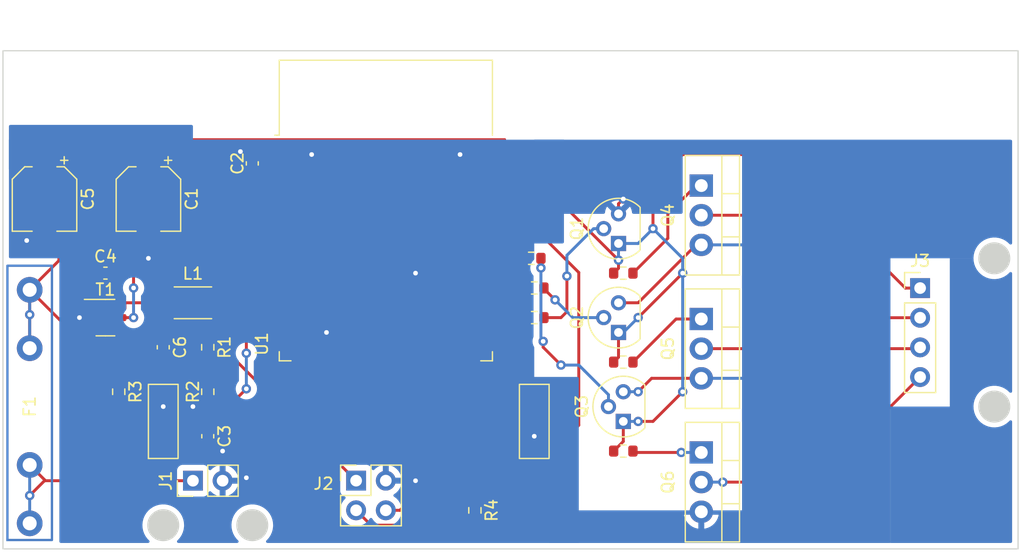
<source format=kicad_pcb>
(kicad_pcb (version 20211014) (generator pcbnew)
  (layers (0 "F.Cu" signal) (31 "B.Cu" signal) (34 "B.Paste" user) (35 "F.Paste" user) (36 "B.SilkS" user "B.Silkscreen") (37 "F.SilkS" user "F.Silkscreen") (38 "B.Mask" user) (39 "F.Mask" user) (44 "Edge.Cuts" user))
  (net 0 "")
  (net 1 "GND")
  (net 2 "Net-(C3-Pad1)")
  (net 3 "Net-(C4-Pad1)")
  (net 4 "Net-(C4-Pad2)")
  (net 5 "Net-(C5-Pad1)")
  (net 6 "Net-(C6-Pad2)")
  (net 7 "VCC")
  (net 8 "Net-(J3-Pad2)")
  (net 9 "Net-(J3-Pad3)")
  (net 10 "Net-(J3-Pad4)")
  (net 11 "Net-(J2-Pad3)")
  (net 12 "Net-(J2-Pad4)")
  (net 13 "Net-(Q1-Pad2)")
  (net 14 "Net-(Q2-Pad2)")
  (net 15 "Net-(Q3-Pad2)")
  (net 16 "Net-(Q4-Pad1)")
  (net 17 "Net-(Q5-Pad1)")
  (net 18 "Net-(Q6-Pad1)")
  (net 19 "Net-(R4-Pad1)")
  (net 20 "Net-(R7-Pad1)")
  (net 21 "Net-(R9-Pad1)")
  (net 22 "Net-(S2-Pad1)")
  (net 45 "Net-(C6-Pad1)")
  (net 46 "Net-(R5-Pad1)")
  (footprint "RF_Module:ESP32-WROOM-32" (layer "F.Cu") (at 123.19 62.4)
    (fp_text reference "U1" (at -10.61 8.43 90) (layer "F.SilkS"))
    (fp_text value "ESP32-WROOM-32D" hide)
    (fp_line (start -9.12 9.88) (end -8.12 9.88) (layer "F.SilkS") (width 0.12))
    (fp_line (start -9.12 -15.865) (end -9.12 -9.445) (layer "F.SilkS") (width 0.12))
    (fp_line (start 9.12 9.88) (end 8.12 9.88) (layer "F.SilkS") (width 0.12))
    (fp_line (start 9.12 -15.865) (end 9.12 -9.445) (layer "F.SilkS") (width 0.12))
    (fp_line (start 9.12 9.1) (end 9.12 9.88) (layer "F.SilkS") (width 0.12))
    (fp_line (start -9.12 -15.865) (end 9.12 -15.865) (layer "F.SilkS") (width 0.12))
    (fp_line (start -9.12 -9.445) (end -9.5 -9.445) (layer "F.SilkS") (width 0.12))
    (fp_line (start -9.12 9.1) (end -9.12 9.88) (layer "F.SilkS") (width 0.12))
    (pad "1" smd rect (at -8.5 -8.255) (size 2 0.9) (layers "F.Cu" "F.Paste" "F.Mask") (net 1 "GND"))
    (pad "2" smd rect (at -8.5 -6.985) (size 2 0.9) (layers "F.Cu" "F.Paste" "F.Mask") (net 45 "Net-(C6-Pad1)"))
    (pad "3" smd rect (at -8.5 -5.715) (size 2 0.9) (layers "F.Cu" "F.Paste" "F.Mask") (net 2 "Net-(C3-Pad1)"))
    (pad "4" smd rect (at -8.5 -4.445) (size 2 0.9) (layers "F.Cu" "F.Paste" "F.Mask"))
    (pad "5" smd rect (at -8.5 -3.175) (size 2 0.9) (layers "F.Cu" "F.Paste" "F.Mask"))
    (pad "6" smd rect (at -8.5 -1.905) (size 2 0.9) (layers "F.Cu" "F.Paste" "F.Mask"))
    (pad "7" smd rect (at -8.5 -0.635) (size 2 0.9) (layers "F.Cu" "F.Paste" "F.Mask"))
    (pad "8" smd rect (at -8.5 0.635) (size 2 0.9) (layers "F.Cu" "F.Paste" "F.Mask"))
    (pad "9" smd rect (at -8.5 1.905) (size 2 0.9) (layers "F.Cu" "F.Paste" "F.Mask"))
    (pad "10" smd rect (at -8.5 3.175) (size 2 0.9) (layers "F.Cu" "F.Paste" "F.Mask"))
    (pad "11" smd rect (at -8.5 4.445) (size 2 0.9) (layers "F.Cu" "F.Paste" "F.Mask"))
    (pad "12" smd rect (at -8.5 5.715) (size 2 0.9) (layers "F.Cu" "F.Paste" "F.Mask"))
    (pad "13" smd rect (at -8.5 6.985) (size 2 0.9) (layers "F.Cu" "F.Paste" "F.Mask"))
    (pad "14" smd rect (at -8.5 8.255) (size 2 0.9) (layers "F.Cu" "F.Paste" "F.Mask"))
    (pad "15" smd rect (at -5.715 9.255 90) (size 2 0.9) (layers "F.Cu" "F.Paste" "F.Mask") (net 1 "GND"))
    (pad "16" smd rect (at -4.445 9.255 90) (size 2 0.9) (layers "F.Cu" "F.Paste" "F.Mask"))
    (pad "17" smd rect (at -3.175 9.255 90) (size 2 0.9) (layers "F.Cu" "F.Paste" "F.Mask"))
    (pad "18" smd rect (at -1.905 9.255 90) (size 2 0.9) (layers "F.Cu" "F.Paste" "F.Mask"))
    (pad "19" smd rect (at -0.635 9.255 90) (size 2 0.9) (layers "F.Cu" "F.Paste" "F.Mask"))
    (pad "20" smd rect (at 0.635 9.255 90) (size 2 0.9) (layers "F.Cu" "F.Paste" "F.Mask"))
    (pad "21" smd rect (at 1.905 9.255 90) (size 2 0.9) (layers "F.Cu" "F.Paste" "F.Mask"))
    (pad "22" smd rect (at 3.175 9.255 90) (size 2 0.9) (layers "F.Cu" "F.Paste" "F.Mask"))
    (pad "23" smd rect (at 4.445 9.255 90) (size 2 0.9) (layers "F.Cu" "F.Paste" "F.Mask"))
    (pad "24" smd rect (at 5.715 9.255 90) (size 2 0.9) (layers "F.Cu" "F.Paste" "F.Mask"))
    (pad "25" smd rect (at 8.5 8.255) (size 2 0.9) (layers "F.Cu" "F.Paste" "F.Mask") (net 22 "Net-(S2-Pad1)"))
    (pad "26" smd rect (at 8.5 6.985) (size 2 0.9) (layers "F.Cu" "F.Paste" "F.Mask"))
    (pad "27" smd rect (at 8.5 5.715) (size 2 0.9) (layers "F.Cu" "F.Paste" "F.Mask"))
    (pad "28" smd rect (at 8.5 4.445) (size 2 0.9) (layers "F.Cu" "F.Paste" "F.Mask") (net 46 "Net-(R5-Pad1)"))
    (pad "29" smd rect (at 8.5 3.175) (size 2 0.9) (layers "F.Cu" "F.Paste" "F.Mask"))
    (pad "30" smd rect (at 8.5 1.905) (size 2 0.9) (layers "F.Cu" "F.Paste" "F.Mask") (net 20 "Net-(R7-Pad1)"))
    (pad "31" smd rect (at 8.5 0.635) (size 2 0.9) (layers "F.Cu" "F.Paste" "F.Mask") (net 21 "Net-(R9-Pad1)"))
    (pad "32" smd rect (at 8.5 -0.635) (size 2 0.9) (layers "F.Cu" "F.Paste" "F.Mask"))
    (pad "33" smd rect (at 8.5 -1.905) (size 2 0.9) (layers "F.Cu" "F.Paste" "F.Mask"))
    (pad "34" smd rect (at 8.5 -3.175) (size 2 0.9) (layers "F.Cu" "F.Paste" "F.Mask") (net 12 "Net-(J2-Pad4)"))
    (pad "35" smd rect (at 8.5 -4.445) (size 2 0.9) (layers "F.Cu" "F.Paste" "F.Mask") (net 19 "Net-(R4-Pad1)"))
    (pad "36" smd rect (at 8.5 -5.715) (size 2 0.9) (layers "F.Cu" "F.Paste" "F.Mask"))
    (pad "37" smd rect (at 8.5 -6.985) (size 2 0.9) (layers "F.Cu" "F.Paste" "F.Mask"))
    (pad "38" smd rect (at 8.5 -8.255) (size 2 0.9) (layers "F.Cu" "F.Paste" "F.Mask") (net 1 "GND"))
    (pad "39" smd rect (at -1 -0.755) (size 5 5) (layers "F.Cu" "F.Paste" "F.Mask") (net 1 "GND"))
    (zone (net 0) (net_name "") (layers *.Cu) (connect_pads (clearance 0)) (min_thickness 0.254)
      (keepout (tracks not_allowed) (vias not_allowed) (pads not_allowed) (copperpour not_allowed) (footprints not_allowed))
      (fill (thermal_gap 0.508) (thermal_bridge_width 0.508))
      (polygon (pts (xy 109.19 52.43) (xy 137.19 52.43) (xy 137.19 41.65) (xy 109.19 41.65)))
    )
  )
  (footprint "Resistor_SMD:R_0603_1608Metric" (layer "F.Cu") (at 100.33 74.93 -90)
    (fp_text reference "R3" (at 0 -1.43 90) (layer "F.SilkS"))
    (fp_text value "10k" hide)
    (fp_line (start -0.237258 0.5225) (end 0.237258 0.5225) (layer "F.SilkS") (width 0.12))
    (fp_line (start -0.237258 -0.5225) (end 0.237258 -0.5225) (layer "F.SilkS") (width 0.12))
    (pad "1" smd roundrect (at -0.825 0 270) (size 0.8 0.95) (layers "F.Cu" "F.Paste" "F.Mask") (net 5 "Net-(C5-Pad1)"))
    (pad "2" smd roundrect (at 0.825 0 270) (size 0.8 0.95) (layers "F.Cu" "F.Paste" "F.Mask") (net 2 "Net-(C3-Pad1)"))
  )
  (footprint "Resistor_SMD:R_0603_1608Metric" (layer "F.Cu") (at 143.51 64.77)
    (fp_text reference "R6" hide)
    (fp_text value "200" hide)
    (fp_line (start -0.237258 -0.5225) (end 0.237258 -0.5225) (layer "F.SilkS") (width 0.12))
    (fp_line (start -0.237258 0.5225) (end 0.237258 0.5225) (layer "F.SilkS") (width 0.12))
    (pad "1" smd roundrect (at -0.825 0) (size 0.8 0.95) (layers "F.Cu" "F.Paste" "F.Mask") (net 5 "Net-(C5-Pad1)"))
    (pad "2" smd roundrect (at 0.825 0) (size 0.8 0.95) (layers "F.Cu" "F.Paste" "F.Mask") (net 16 "Net-(Q4-Pad1)"))
  )
  (footprint "Package_TO_SOT_THT:TO-92" (layer "F.Cu") (at 143.51 77.47 90)
    (fp_text reference "Q3" (at 1.27 -3.56 90) (layer "F.SilkS"))
    (fp_text value "BC550")
    (fp_line (start -0.53 1.85) (end 3.07 1.85) (layer "F.SilkS") (width 0.12))
    (fp_arc (start -0.568478 1.838478) (mid -1.132087 -0.994977) (end 1.27 -2.6) (layer "F.SilkS") (width 0.12))
    (fp_arc (start 1.27 -2.6) (mid 3.672087 -0.994977) (end 3.108478 1.838478) (layer "F.SilkS") (width 0.12))
    (pad "1" thru_hole rect (at 0 0 90) (size 1.3 1.3) (drill 0.75) (layers *.Cu *.Mask) (net 5 "Net-(C5-Pad1)"))
    (pad "2" thru_hole circle (at 1.27 -1.27 90) (size 1.3 1.3) (drill 0.75) (layers *.Cu *.Mask) (net 15 "Net-(Q3-Pad2)"))
    (pad "3" thru_hole circle (at 2.54 0 90) (size 1.3 1.3) (drill 0.75) (layers *.Cu *.Mask) (net 1 "GND"))
  )
  (footprint "Library:SW-SMD-2.9x3.9x1,7" (layer "F.Cu") (at 104.14 77.47 90)
    (fp_text reference "S1" hide)
    (fp_text value "RST")
    (fp_rect (start -3.175 -1.27) (end 3.175 1.27) (layer "F.SilkS") (width 0.12) (fill none))
    (pad "1" smd roundrect (at -2.25 0 180) (size 2 1.2) (layers "F.Cu" "F.Paste" "F.Mask") (net 2 "Net-(C3-Pad1)"))
    (pad "2" smd roundrect (at 2.25 0 180) (size 2 1.2) (layers "F.Cu" "F.Paste" "F.Mask") (net 1 "GND"))
  )
  (footprint "Resistor_SMD:R_0603_1608Metric" (layer "F.Cu") (at 143.51 72.39)
    (fp_text reference "R8" hide)
    (fp_text value "200" hide)
    (fp_line (start -0.237258 0.5225) (end 0.237258 0.5225) (layer "F.SilkS") (width 0.12))
    (fp_line (start -0.237258 -0.5225) (end 0.237258 -0.5225) (layer "F.SilkS") (width 0.12))
    (pad "1" smd roundrect (at -0.825 0) (size 0.8 0.95) (layers "F.Cu" "F.Paste" "F.Mask") (net 5 "Net-(C5-Pad1)"))
    (pad "2" smd roundrect (at 0.825 0) (size 0.8 0.95) (layers "F.Cu" "F.Paste" "F.Mask") (net 17 "Net-(Q5-Pad1)"))
  )
  (footprint "Package_TO_SOT_THT:TO-220-3_Vertical" (layer "F.Cu") (at 150.185 80.13 -90)
    (fp_text reference "Q6" (at 2.54 2.865 90) (layer "F.SilkS"))
    (fp_text value "IRF4905" hide)
    (fp_line (start 7.66 -3.27) (end 7.66 1.371) (layer "F.SilkS") (width 0.12))
    (fp_line (start -2.58 -3.27) (end 7.66 -3.27) (layer "F.SilkS") (width 0.12))
    (fp_line (start 4.391 -3.27) (end 4.391 -1.76) (layer "F.SilkS") (width 0.12))
    (fp_line (start 0.69 -3.27) (end 0.69 -1.76) (layer "F.SilkS") (width 0.12))
    (fp_line (start -2.58 -1.76) (end 7.66 -1.76) (layer "F.SilkS") (width 0.12))
    (fp_line (start -2.58 1.371) (end 7.66 1.371) (layer "F.SilkS") (width 0.12))
    (fp_line (start -2.58 -3.27) (end -2.58 1.371) (layer "F.SilkS") (width 0.12))
    (pad "1" thru_hole rect (at 0 0 270) (size 1.905 2) (drill 1.1) (layers *.Cu *.Mask) (net 18 "Net-(Q6-Pad1)"))
    (pad "2" thru_hole oval (at 2.54 0 270) (size 1.905 2) (drill 1.1) (layers *.Cu *.Mask) (net 10 "Net-(J3-Pad4)"))
    (pad "3" thru_hole oval (at 5.08 0 270) (size 1.905 2) (drill 1.1) (layers *.Cu *.Mask) (net 1 "GND"))
  )
  (footprint "Resistor_SMD:R_0603_1608Metric" (layer "F.Cu") (at 107.95 71.12 -90)
    (fp_text reference "R1" (at 0 -1.43 90) (layer "F.SilkS"))
    (fp_text value "100k" hide)
    (fp_line (start -0.237258 0.5225) (end 0.237258 0.5225) (layer "F.SilkS") (width 0.12))
    (fp_line (start -0.237258 -0.5225) (end 0.237258 -0.5225) (layer "F.SilkS") (width 0.12))
    (pad "1" smd roundrect (at -0.825 0 270) (size 0.8 0.95) (layers "F.Cu" "F.Paste" "F.Mask") (net 45 "Net-(C6-Pad1)"))
    (pad "2" smd roundrect (at 0.825 0 270) (size 0.8 0.95) (layers "F.Cu" "F.Paste" "F.Mask") (net 6 "Net-(C6-Pad2)"))
  )
  (footprint "Resistor_SMD:R_0603_1608Metric" (layer "F.Cu") (at 143.51 80.01)
    (fp_text reference "R10" hide)
    (fp_text value "200" hide)
    (fp_line (start -0.237258 -0.5225) (end 0.237258 -0.5225) (layer "F.SilkS") (width 0.12))
    (fp_line (start -0.237258 0.5225) (end 0.237258 0.5225) (layer "F.SilkS") (width 0.12))
    (pad "1" smd roundrect (at -0.825 0) (size 0.8 0.95) (layers "F.Cu" "F.Paste" "F.Mask") (net 5 "Net-(C5-Pad1)"))
    (pad "2" smd roundrect (at 0.825 0) (size 0.8 0.95) (layers "F.Cu" "F.Paste" "F.Mask") (net 18 "Net-(Q6-Pad1)"))
  )
  (footprint "Inductor_SMD:L_TDK_NLV32_3.2x2.5mm" (layer "F.Cu") (at 106.68 67.31)
    (fp_text reference "L1" (at 0 -2.5) (layer "F.SilkS"))
    (fp_text value "4,7µH" hide)
    (fp_line (start 1.6 1.36) (end -1.6 1.36) (layer "F.SilkS") (width 0.12))
    (fp_line (start -1.6 -1.36) (end 1.6 -1.36) (layer "F.SilkS") (width 0.12))
    (pad "1" smd rect (at -1.6 0) (size 1.2 2) (layers "F.Cu" "F.Paste" "F.Mask") (net 4 "Net-(C4-Pad2)"))
    (pad "2" smd rect (at 1.6 0) (size 1.2 2) (layers "F.Cu" "F.Paste" "F.Mask") (net 45 "Net-(C6-Pad1)"))
  )
  (footprint "Package_TO_SOT_THT:TO-220-3_Vertical" (layer "F.Cu") (at 150.185 68.7 -90)
    (fp_text reference "Q5" (at 2.54 2.865 90) (layer "F.SilkS"))
    (fp_text value "IRF4905" hide)
    (fp_line (start -2.58 1.371) (end 7.66 1.371) (layer "F.SilkS") (width 0.12))
    (fp_line (start -2.58 -1.76) (end 7.66 -1.76) (layer "F.SilkS") (width 0.12))
    (fp_line (start 0.69 -3.27) (end 0.69 -1.76) (layer "F.SilkS") (width 0.12))
    (fp_line (start -2.58 -3.27) (end 7.66 -3.27) (layer "F.SilkS") (width 0.12))
    (fp_line (start 4.391 -3.27) (end 4.391 -1.76) (layer "F.SilkS") (width 0.12))
    (fp_line (start 7.66 -3.27) (end 7.66 1.371) (layer "F.SilkS") (width 0.12))
    (fp_line (start -2.58 -3.27) (end -2.58 1.371) (layer "F.SilkS") (width 0.12))
    (pad "1" thru_hole rect (at 0 0 270) (size 1.905 2) (drill 1.1) (layers *.Cu *.Mask) (net 17 "Net-(Q5-Pad1)"))
    (pad "2" thru_hole oval (at 2.54 0 270) (size 1.905 2) (drill 1.1) (layers *.Cu *.Mask) (net 9 "Net-(J3-Pad3)"))
    (pad "3" thru_hole oval (at 5.08 0 270) (size 1.905 2) (drill 1.1) (layers *.Cu *.Mask) (net 1 "GND"))
  )
  (footprint "Capacitor_SMD:C_0603_1608Metric" (layer "F.Cu") (at 111.76 55.372 -90)
    (fp_text reference "C2" (at 0 1.27 90) (layer "F.SilkS"))
    (fp_text value "100nF" hide)
    (fp_line (start -0.14058 0.51) (end 0.14058 0.51) (layer "F.SilkS") (width 0.12))
    (fp_line (start -0.14058 -0.51) (end 0.14058 -0.51) (layer "F.SilkS") (width 0.12))
    (pad "1" smd roundrect (at -0.775 0 270) (size 0.9 0.95) (layers "F.Cu" "F.Paste" "F.Mask") (net 1 "GND"))
    (pad "2" smd roundrect (at 0.775 0 270) (size 0.9 0.95) (layers "F.Cu" "F.Paste" "F.Mask") (net 45 "Net-(C6-Pad1)"))
  )
  (footprint "Capacitor_SMD:C_0603_1608Metric" (layer "F.Cu") (at 99.1925 64.77)
    (fp_text reference "C4" (at 0 -1.43) (layer "F.SilkS"))
    (fp_text value "100nF" hide)
    (fp_line (start -0.14058 0.51) (end 0.14058 0.51) (layer "F.SilkS") (width 0.12))
    (fp_line (start -0.14058 -0.51) (end 0.14058 -0.51) (layer "F.SilkS") (width 0.12))
    (pad "1" smd roundrect (at -0.775 0) (size 0.9 0.95) (layers "F.Cu" "F.Paste" "F.Mask") (net 3 "Net-(C4-Pad1)"))
    (pad "2" smd roundrect (at 0.775 0) (size 0.9 0.95) (layers "F.Cu" "F.Paste" "F.Mask") (net 4 "Net-(C4-Pad2)"))
  )
  (footprint "Capacitor_SMD:C_0603_1608Metric" (layer "F.Cu") (at 107.95 78.74 -90)
    (fp_text reference "C3" (at 0 -1.43 90) (layer "F.SilkS"))
    (fp_text value "100nF" hide)
    (fp_line (start -0.14058 0.51) (end 0.14058 0.51) (layer "F.SilkS") (width 0.12))
    (fp_line (start -0.14058 -0.51) (end 0.14058 -0.51) (layer "F.SilkS") (width 0.12))
    (pad "1" smd roundrect (at -0.775 0 270) (size 0.9 0.95) (layers "F.Cu" "F.Paste" "F.Mask") (net 2 "Net-(C3-Pad1)"))
    (pad "2" smd roundrect (at 0.775 0 270) (size 0.9 0.95) (layers "F.Cu" "F.Paste" "F.Mask") (net 1 "GND"))
  )
  (footprint "Resistor_SMD:R_0603_1608Metric" (layer "F.Cu") (at 135.89 68.58)
    (fp_text reference "R5" hide)
    (fp_text value "440" hide)
    (fp_line (start -0.237258 0.5225) (end 0.237258 0.5225) (layer "F.SilkS") (width 0.12))
    (fp_line (start -0.237258 -0.5225) (end 0.237258 -0.5225) (layer "F.SilkS") (width 0.12))
    (pad "1" smd roundrect (at -0.825 0) (size 0.8 0.95) (layers "F.Cu" "F.Paste" "F.Mask") (net 46 "Net-(R5-Pad1)"))
    (pad "2" smd roundrect (at 0.825 0) (size 0.8 0.95) (layers "F.Cu" "F.Paste" "F.Mask") (net 13 "Net-(Q1-Pad2)"))
  )
  (footprint "Resistor_SMD:R_0603_1608Metric" (layer "F.Cu") (at 130.81 85.09 -90)
    (fp_text reference "R4" (at 0 -1.43 90) (layer "F.SilkS"))
    (fp_text value "499" hide)
    (fp_line (start -0.237258 0.5225) (end 0.237258 0.5225) (layer "F.SilkS") (width 0.12))
    (fp_line (start -0.237258 -0.5225) (end 0.237258 -0.5225) (layer "F.SilkS") (width 0.12))
    (pad "1" smd roundrect (at -0.825 0 270) (size 0.8 0.95) (layers "F.Cu" "F.Paste" "F.Mask") (net 19 "Net-(R4-Pad1)"))
    (pad "2" smd roundrect (at 0.825 0 270) (size 0.8 0.95) (layers "F.Cu" "F.Paste" "F.Mask") (net 11 "Net-(J2-Pad3)"))
  )
  (footprint "Package_TO_SOT_THT:TO-92" (layer "F.Cu") (at 143.1 69.85 90)
    (fp_text reference "Q2" (at 1.27 -3.56 90) (layer "F.SilkS"))
    (fp_text value "BC550" hide)
    (fp_line (start -0.53 1.85) (end 3.07 1.85) (layer "F.SilkS") (width 0.12))
    (fp_arc (start -0.568478 1.838478) (mid -1.132087 -0.994977) (end 1.27 -2.6) (layer "F.SilkS") (width 0.12))
    (fp_arc (start 1.27 -2.6) (mid 3.672087 -0.994977) (end 3.108478 1.838478) (layer "F.SilkS") (width 0.12))
    (pad "1" thru_hole rect (at 0 0 90) (size 1.3 1.3) (drill 0.75) (layers *.Cu *.Mask) (net 5 "Net-(C5-Pad1)"))
    (pad "2" thru_hole circle (at 1.27 -1.27 90) (size 1.3 1.3) (drill 0.75) (layers *.Cu *.Mask) (net 14 "Net-(Q2-Pad2)"))
    (pad "3" thru_hole circle (at 2.54 0 90) (size 1.3 1.3) (drill 0.75) (layers *.Cu *.Mask) (net 1 "GND"))
  )
  (footprint "Connector_PinHeader_2.54mm:PinHeader_1x04_P2.54mm_Vertical" (layer "F.Cu") (at 168.91 66.05)
    (fp_text reference "J3" (at 0 -2.33) (layer "F.SilkS"))
    (fp_text value "LED")
    (fp_line (start -1.33 1.27) (end -1.33 8.95) (layer "F.SilkS") (width 0.12))
    (fp_line (start -1.33 8.95) (end 1.33 8.95) (layer "F.SilkS") (width 0.12))
    (fp_line (start -1.33 -1.33) (end 0 -1.33) (layer "F.SilkS") (width 0.12))
    (fp_line (start -1.33 0) (end -1.33 -1.33) (layer "F.SilkS") (width 0.12))
    (fp_line (start -1.33 1.27) (end 1.33 1.27) (layer "F.SilkS") (width 0.12))
    (fp_line (start 1.33 1.27) (end 1.33 8.95) (layer "F.SilkS") (width 0.12))
    (pad "1" thru_hole rect (at 0 0) (size 1.7 1.7) (drill 1) (layers *.Cu *.Mask) (net 5 "Net-(C5-Pad1)"))
    (pad "2" thru_hole oval (at 0 2.54) (size 1.7 1.7) (drill 1) (layers *.Cu *.Mask) (net 8 "Net-(J3-Pad2)"))
    (pad "3" thru_hole oval (at 0 5.08) (size 1.7 1.7) (drill 1) (layers *.Cu *.Mask) (net 9 "Net-(J3-Pad3)"))
    (pad "4" thru_hole oval (at 0 7.62) (size 1.7 1.7) (drill 1) (layers *.Cu *.Mask) (net 10 "Net-(J3-Pad4)"))
  )
  (footprint "Connector_PinHeader_2.54mm:PinHeader_1x02_P2.54mm_Vertical" (layer "F.Cu") (at 106.68 82.55 90)
    (fp_text reference "J1" (at 0 -2.33 90) (layer "F.SilkS"))
    (fp_text value "Conn_01x02_Female" hide)
    (fp_line (start -1.33 3.87) (end 1.33 3.87) (layer "F.SilkS") (width 0.12))
    (fp_line (start 1.33 1.27) (end 1.33 3.87) (layer "F.SilkS") (width 0.12))
    (fp_line (start -1.33 1.27) (end -1.33 3.87) (layer "F.SilkS") (width 0.12))
    (fp_line (start -1.33 -1.33) (end 0 -1.33) (layer "F.SilkS") (width 0.12))
    (fp_line (start -1.33 0) (end -1.33 -1.33) (layer "F.SilkS") (width 0.12))
    (fp_line (start -1.33 1.27) (end 1.33 1.27) (layer "F.SilkS") (width 0.12))
    (pad "1" thru_hole rect (at 0 0 90) (size 1.7 1.7) (drill 1) (layers *.Cu *.Mask) (net 7 "VCC"))
    (pad "2" thru_hole oval (at 0 2.54 90) (size 1.7 1.7) (drill 1) (layers *.Cu *.Mask) (net 1 "GND"))
  )
  (footprint "Capacitor_SMD:C_0603_1608Metric" (layer "F.Cu") (at 104.14 71.12 -90)
    (fp_text reference "C6" (at 0 -1.43 90) (layer "F.SilkS"))
    (fp_text value "22pF" hide)
    (fp_line (start -0.14058 -0.51) (end 0.14058 -0.51) (layer "F.SilkS") (width 0.12))
    (fp_line (start -0.14058 0.51) (end 0.14058 0.51) (layer "F.SilkS") (width 0.12))
    (pad "1" smd roundrect (at -0.775 0 270) (size 0.9 0.95) (layers "F.Cu" "F.Paste" "F.Mask") (net 45 "Net-(C6-Pad1)"))
    (pad "2" smd roundrect (at 0.775 0 270) (size 0.9 0.95) (layers "F.Cu" "F.Paste" "F.Mask") (net 6 "Net-(C6-Pad2)"))
  )
  (footprint "Package_TO_SOT_THT:TO-220-3_Vertical" (layer "F.Cu") (at 150.185 57.27 -90)
    (fp_text reference "Q4" (at 2.54 2.865 90) (layer "F.SilkS"))
    (fp_text value "IRF4905" hide)
    (fp_line (start 4.391 -3.27) (end 4.391 -1.76) (layer "F.SilkS") (width 0.12))
    (fp_line (start -2.58 1.371) (end 7.66 1.371) (layer "F.SilkS") (width 0.12))
    (fp_line (start -2.58 -3.27) (end 7.66 -3.27) (layer "F.SilkS") (width 0.12))
    (fp_line (start -2.58 -3.27) (end -2.58 1.371) (layer "F.SilkS") (width 0.12))
    (fp_line (start -2.58 -1.76) (end 7.66 -1.76) (layer "F.SilkS") (width 0.12))
    (fp_line (start 0.69 -3.27) (end 0.69 -1.76) (layer "F.SilkS") (width 0.12))
    (fp_line (start 7.66 -3.27) (end 7.66 1.371) (layer "F.SilkS") (width 0.12))
    (pad "1" thru_hole rect (at 0 0 270) (size 1.905 2) (drill 1.1) (layers *.Cu *.Mask) (net 16 "Net-(Q4-Pad1)"))
    (pad "2" thru_hole oval (at 2.54 0 270) (size 1.905 2) (drill 1.1) (layers *.Cu *.Mask) (net 8 "Net-(J3-Pad2)"))
    (pad "3" thru_hole oval (at 5.08 0 270) (size 1.905 2) (drill 1.1) (layers *.Cu *.Mask) (net 1 "GND"))
  )
  (footprint "Capacitor_SMD:CP_Elec_5x5.3" (layer "F.Cu") (at 102.87 58.42 -90)
    (fp_text reference "C1" (at 0 -3.7 90) (layer "F.SilkS"))
    (fp_text value "22µF" hide)
    (fp_line (start 2.76 2.76) (end 2.76 1.06) (layer "F.SilkS") (width 0.12))
    (fp_line (start -2.76 1.695563) (end -1.695563 2.76) (layer "F.SilkS") (width 0.12))
    (fp_line (start -1.695563 2.76) (end 2.76 2.76) (layer "F.SilkS") (width 0.12))
    (fp_line (start -3.3125 -1.9975) (end -3.3125 -1.3725) (layer "F.SilkS") (width 0.12))
    (fp_line (start -1.695563 -2.76) (end 2.76 -2.76) (layer "F.SilkS") (width 0.12))
    (fp_line (start -2.76 -1.695563) (end -1.695563 -2.76) (layer "F.SilkS") (width 0.12))
    (fp_line (start -2.76 1.695563) (end -2.76 1.06) (layer "F.SilkS") (width 0.12))
    (fp_line (start 2.76 -2.76) (end 2.76 -1.06) (layer "F.SilkS") (width 0.12))
    (fp_line (start -2.76 -1.695563) (end -2.76 -1.06) (layer "F.SilkS") (width 0.12))
    (fp_line (start -3.625 -1.685) (end -3 -1.685) (layer "F.SilkS") (width 0.12))
    (pad "1" smd roundrect (at -2.2 0 270) (size 3 1.6) (layers "F.Cu" "F.Paste" "F.Mask") (roundrect_rratio 0.15625) (net 45 "Net-(C6-Pad1)"))
    (pad "2" smd roundrect (at 2.2 0 270) (size 3 1.6) (layers "F.Cu" "F.Paste" "F.Mask") (roundrect_rratio 0.15625) (net 1 "GND"))
  )
  (footprint "Resistor_SMD:R_0603_1608Metric" (layer "F.Cu") (at 135.89 66.04)
    (fp_text reference "R7" hide)
    (fp_text value "440" hide)
    (fp_line (start -0.237258 -0.5225) (end 0.237258 -0.5225) (layer "F.SilkS") (width 0.12))
    (fp_line (start -0.237258 0.5225) (end 0.237258 0.5225) (layer "F.SilkS") (width 0.12))
    (pad "1" smd roundrect (at -0.825 0) (size 0.8 0.95) (layers "F.Cu" "F.Paste" "F.Mask") (net 20 "Net-(R7-Pad1)"))
    (pad "2" smd roundrect (at 0.825 0) (size 0.8 0.95) (layers "F.Cu" "F.Paste" "F.Mask") (net 14 "Net-(Q2-Pad2)"))
  )
  (footprint "Connector_PinHeader_2.54mm:PinHeader_2x02_P2.54mm_Vertical" (layer "F.Cu") (at 120.645 82.545)
    (fp_text reference "J2" (at -2.789 0.259) (layer "F.SilkS"))
    (fp_text value "UART" hide)
    (fp_line (start -1.33 0) (end -1.33 -1.33) (layer "F.SilkS") (width 0.12))
    (fp_line (start 1.27 -1.33) (end 3.87 -1.33) (layer "F.SilkS") (width 0.12))
    (fp_line (start -1.33 -1.33) (end 0 -1.33) (layer "F.SilkS") (width 0.12))
    (fp_line (start -1.33 3.87) (end 3.87 3.87) (layer "F.SilkS") (width 0.12))
    (fp_line (start -1.33 1.27) (end 1.27 1.27) (layer "F.SilkS") (width 0.12))
    (fp_line (start -1.33 1.27) (end -1.33 3.87) (layer "F.SilkS") (width 0.12))
    (fp_line (start 1.27 1.27) (end 1.27 -1.33) (layer "F.SilkS") (width 0.12))
    (fp_line (start 3.87 -1.33) (end 3.87 3.87) (layer "F.SilkS") (width 0.12))
    (pad "1" thru_hole rect (at 0 0) (size 1.7 1.7) (drill 1) (layers *.Cu *.Mask) (net 45 "Net-(C6-Pad1)"))
    (pad "2" thru_hole oval (at 2.54 0) (size 1.7 1.7) (drill 1) (layers *.Cu *.Mask) (net 1 "GND"))
    (pad "3" thru_hole oval (at 0 2.54) (size 1.7 1.7) (drill 1) (layers *.Cu *.Mask) (net 11 "Net-(J2-Pad3)"))
    (pad "4" thru_hole oval (at 2.54 2.54) (size 1.7 1.7) (drill 1) (layers *.Cu *.Mask) (net 12 "Net-(J2-Pad4)"))
  )
  (footprint "Capacitor_SMD:CP_Elec_5x5.3" (layer "F.Cu") (at 93.98 58.42 -90)
    (fp_text reference "C5" (at 0 -3.7 90) (layer "F.SilkS"))
    (fp_text value "22µF" hide)
    (fp_line (start -2.76 -1.695563) (end -1.695563 -2.76) (layer "F.SilkS") (width 0.12))
    (fp_line (start 2.76 -2.76) (end 2.76 -1.06) (layer "F.SilkS") (width 0.12))
    (fp_line (start -1.695563 -2.76) (end 2.76 -2.76) (layer "F.SilkS") (width 0.12))
    (fp_line (start -1.695563 2.76) (end 2.76 2.76) (layer "F.SilkS") (width 0.12))
    (fp_line (start -2.76 1.695563) (end -2.76 1.06) (layer "F.SilkS") (width 0.12))
    (fp_line (start -2.76 -1.695563) (end -2.76 -1.06) (layer "F.SilkS") (width 0.12))
    (fp_line (start -3.625 -1.685) (end -3 -1.685) (layer "F.SilkS") (width 0.12))
    (fp_line (start 2.76 2.76) (end 2.76 1.06) (layer "F.SilkS") (width 0.12))
    (fp_line (start -3.3125 -1.9975) (end -3.3125 -1.3725) (layer "F.SilkS") (width 0.12))
    (fp_line (start -2.76 1.695563) (end -1.695563 2.76) (layer "F.SilkS") (width 0.12))
    (pad "1" smd roundrect (at -2.2 0 270) (size 3 1.6) (layers "F.Cu" "F.Paste" "F.Mask") (roundrect_rratio 0.15625) (net 5 "Net-(C5-Pad1)"))
    (pad "2" smd roundrect (at 2.2 0 270) (size 3 1.6) (layers "F.Cu" "F.Paste" "F.Mask") (roundrect_rratio 0.15625) (net 1 "GND"))
  )
  (footprint "Package_TO_SOT_THT:TO-92" (layer "F.Cu") (at 143.1 62.23 90)
    (fp_text reference "Q1" (at 1.27 -3.56 90) (layer "F.SilkS"))
    (fp_text value "BC550")
    (fp_line (start -0.53 1.85) (end 3.07 1.85) (layer "F.SilkS") (width 0.12))
    (fp_arc (start 1.27 -2.6) (mid 3.672087 -0.994977) (end 3.108478 1.838478) (layer "F.SilkS") (width 0.12))
    (fp_arc (start -0.568478 1.838478) (mid -1.132087 -0.994977) (end 1.27 -2.6) (layer "F.SilkS") (width 0.12))
    (pad "1" thru_hole rect (at 0 0 90) (size 1.3 1.3) (drill 0.75) (layers *.Cu *.Mask) (net 5 "Net-(C5-Pad1)"))
    (pad "2" thru_hole circle (at 1.27 -1.27 90) (size 1.3 1.3) (drill 0.75) (layers *.Cu *.Mask) (net 13 "Net-(Q1-Pad2)"))
    (pad "3" thru_hole circle (at 2.54 0 90) (size 1.3 1.3) (drill 0.75) (layers *.Cu *.Mask) (net 1 "GND"))
  )
  (footprint "Resistor_SMD:R_0603_1608Metric" (layer "F.Cu") (at 135.636 63.5)
    (fp_text reference "R9" hide)
    (fp_text value "440" hide)
    (fp_line (start -0.237258 0.5225) (end 0.237258 0.5225) (layer "F.SilkS") (width 0.12))
    (fp_line (start -0.237258 -0.5225) (end 0.237258 -0.5225) (layer "F.SilkS") (width 0.12))
    (pad "1" smd roundrect (at -0.825 0) (size 0.8 0.95) (layers "F.Cu" "F.Paste" "F.Mask") (net 21 "Net-(R9-Pad1)"))
    (pad "2" smd roundrect (at 0.825 0) (size 0.8 0.95) (layers "F.Cu" "F.Paste" "F.Mask") (net 15 "Net-(Q3-Pad2)"))
  )
  (footprint "Library:SW-SMD-2.9x3.9x1,7" (layer "F.Cu") (at 135.89 77.47 -90)
    (fp_text reference "S2" hide)
    (fp_text value "BOOT")
    (fp_rect (start -3.175 -1.27) (end 3.175 1.27) (layer "F.SilkS") (width 0.12) (fill none))
    (pad "1" smd roundrect (at -2.25 0) (size 2 1.2) (layers "F.Cu" "F.Paste" "F.Mask") (net 22 "Net-(S2-Pad1)"))
    (pad "2" smd roundrect (at 2.25 0) (size 2 1.2) (layers "F.Cu" "F.Paste" "F.Mask") (net 1 "GND"))
  )
  (footprint "Library:Fuseholder 5x20" (layer "F.Cu") (at 92.71 76.2 90)
    (fp_text reference "F1" (at 0 0 90 unlocked) (layer "F.SilkS"))
    (fp_text value "Fuseholder_double" hide)
    (fp_rect (start -11.43 -1.905) (end 12.065 1.905) (layer "B.Cu") (width 0.2) (fill none))
    (pad "1" thru_hole circle (at -10 0 90) (size 2.2 2.2) (drill 1.2) (layers *.Cu *.Mask) (net 7 "VCC"))
    (pad "2" thru_hole circle (at -5 0 90) (size 2.2 2.2) (drill 1.2) (layers *.Cu *.Mask) (net 7 "VCC"))
    (pad "3" thru_hole circle (at 5 0 90) (size 2.2 2.2) (drill 1.2) (layers *.Cu *.Mask) (net 5 "Net-(C5-Pad1)"))
    (pad "4" thru_hole circle (at 10 0 90) (size 2.2 2.2) (drill 1.2) (layers *.Cu *.Mask) (net 5 "Net-(C5-Pad1)"))
  )
  (footprint "Package_TO_SOT_SMD:SOT-23-6" (layer "F.Cu") (at 99.1925 68.58)
    (fp_text reference "T1" (at 0 -2.4) (layer "F.SilkS"))
    (fp_text value "SY8120" hide)
    (fp_line (start 0 -1.56) (end -1.8 -1.56) (layer "F.SilkS") (width 0.12))
    (fp_line (start 0 -1.56) (end 0.8 -1.56) (layer "F.SilkS") (width 0.12))
    (fp_line (start 0 1.56) (end -0.8 1.56) (layer "F.SilkS") (width 0.12))
    (fp_line (start 0 1.56) (end 0.8 1.56) (layer "F.SilkS") (width 0.12))
    (pad "1" smd roundrect (at -1.1375 -0.95) (size 1.325 0.6) (layers "F.Cu" "F.Paste" "F.Mask") (net 3 "Net-(C4-Pad1)"))
    (pad "2" smd roundrect (at -1.1375 0) (size 1.325 0.6) (layers "F.Cu" "F.Paste" "F.Mask") (net 1 "GND"))
    (pad "3" smd roundrect (at -1.1375 0.95) (size 1.325 0.6) (layers "F.Cu" "F.Paste" "F.Mask") (net 6 "Net-(C6-Pad2)"))
    (pad "4" smd roundrect (at 1.1375 0.95) (size 1.325 0.6) (layers "F.Cu" "F.Paste" "F.Mask") (net 5 "Net-(C5-Pad1)"))
    (pad "5" smd roundrect (at 1.1375 0) (size 1.325 0.6) (layers "F.Cu" "F.Paste" "F.Mask") (net 5 "Net-(C5-Pad1)"))
    (pad "6" smd roundrect (at 1.1375 -0.95) (size 1.325 0.6) (layers "F.Cu" "F.Paste" "F.Mask") (net 4 "Net-(C4-Pad2)"))
  )
  (footprint "Resistor_SMD:R_0603_1608Metric" (layer "F.Cu") (at 107.95 74.93 -90)
    (fp_text reference "R2" (at 0 1.27 90) (layer "F.SilkS"))
    (fp_text value "22,1k" hide)
    (fp_line (start -0.237258 -0.5225) (end 0.237258 -0.5225) (layer "F.SilkS") (width 0.12))
    (fp_line (start -0.237258 0.5225) (end 0.237258 0.5225) (layer "F.SilkS") (width 0.12))
    (pad "1" smd roundrect (at -0.825 0 270) (size 0.8 0.95) (layers "F.Cu" "F.Paste" "F.Mask") (net 6 "Net-(C6-Pad2)"))
    (pad "2" smd roundrect (at 0.825 0 270) (size 0.8 0.95) (layers "F.Cu" "F.Paste" "F.Mask") (net 1 "GND"))
  )
  (gr_circle (center 175.26 76.2) (end 176.53 76.2) (layer "Edge.Cuts") (width 0.2) (fill solid))
  (gr_circle (center 111.76 86.36) (end 113.03 86.36) (layer "Edge.Cuts") (width 0.2) (fill solid))
  (gr_circle (center 175.26 63.5) (end 176.53 63.5) (layer "Edge.Cuts") (width 0.2) (fill solid))
  (gr_circle (center 104.14 86.36) (end 105.41 86.36) (layer "Edge.Cuts") (width 0.2) (fill solid))
  (gr_rect (start 177.292 88.392) (end 90.424 45.72) (layer "Edge.Cuts") (width 0.1) (fill none))
  (segment (start 122.605 61.645) (end 125.73 64.77) (width 0.25) (layer "F.Cu") (net 1))
  (segment (start 110.985 54.597) (end 110.744 54.356) (width 0.25) (layer "F.Cu") (net 1))
  (segment (start 144.78 67.31) (end 149.74 62.35) (width 0.25) (layer "F.Cu") (net 1))
  (segment (start 107.125 75.755) (end 106.68 76.2) (width 0.25) (layer "F.Cu") (net 1))
  (segment (start 107.95 75.755) (end 107.125 75.755) (width 0.25) (layer "F.Cu") (net 1))
  (segment (start 131.69 54.145) (end 130.005 54.145) (width 0.25) (layer "F.Cu") (net 1))
  (segment (start 135.89 79.72) (end 135.89 78.74) (width 0.25) (layer "F.Cu") (net 1))
  (segment (start 125.73 82.55) (end 125.725 82.545) (width 0.25) (layer "F.Cu") (net 1))
  (segment (start 104.14 75.22) (end 104.14 76.2) (width 0.25) (layer "F.Cu") (net 1))
  (segment (start 107.95 79.515) (end 108.725 79.515) (width 0.25) (layer "F.Cu") (net 1))
  (segment (start 98.055 68.58) (end 96.96952 68.58) (width 0.25) (layer "F.Cu") (net 1))
  (segment (start 117.475 70.485) (end 118.11 69.85) (width 0.25) (layer "F.Cu") (net 1))
  (segment (start 149.74 62.35) (end 150.185 62.35) (width 0.25) (layer "F.Cu") (net 1))
  (segment (start 110.998 82.55) (end 111.252 82.296) (width 0.25) (layer "F.Cu") (net 1))
  (segment (start 93.98 60.62) (end 92.624 61.976) (width 0.25) (layer "F.Cu") (net 1))
  (segment (start 144.78 74.93) (end 145.93 73.78) (width 0.25) (layer "F.Cu") (net 1))
  (segment (start 109.22 82.55) (end 110.998 82.55) (width 0.25) (layer "F.Cu") (net 1))
  (segment (start 111.76 54.597) (end 110.985 54.597) (width 0.25) (layer "F.Cu") (net 1))
  (segment (start 114.69 54.145) (end 116.375 54.145) (width 0.25) (layer "F.Cu") (net 1))
  (segment (start 143.1 58.83) (end 143.51 58.42) (width 0.25) (layer "F.Cu") (net 1))
  (segment (start 102.87 60.62) (end 102.87 63.5) (width 0.25) (layer "F.Cu") (net 1))
  (segment (start 122.19 61.645) (end 122.605 61.645) (width 0.25) (layer "F.Cu") (net 1))
  (segment (start 92.456 61.976) (end 92.624 61.976) (width 0.25) (layer "F.Cu") (net 1))
  (segment (start 143.1 67.31) (end 144.78 67.31) (width 0.25) (layer "F.Cu") (net 1))
  (segment (start 108.725 79.515) (end 109.22 80.01) (width 0.25) (layer "F.Cu") (net 1))
  (segment (start 123.185 82.545) (end 125.725 82.545) (width 0.25) (layer "F.Cu") (net 1))
  (segment (start 130.005 54.145) (end 129.54 54.61) (width 0.25) (layer "F.Cu") (net 1))
  (segment (start 143.1 59.69) (end 143.1 58.83) (width 0.25) (layer "F.Cu") (net 1))
  (segment (start 116.375 54.145) (end 116.84 54.61) (width 0.25) (layer "F.Cu") (net 1))
  (segment (start 145.93 73.78) (end 150.185 73.78) (width 0.25) (layer "F.Cu") (net 1))
  (segment (start 117.475 71.655) (end 117.475 70.485) (width 0.25) (layer "F.Cu") (net 1))
  (via (at 118.11 69.85) (size 0.8) (drill 0.4) (layers "F.Cu" "B.Cu") (net 1))
  (via (at 96.96952 68.58) (size 0.8) (drill 0.4) (layers "F.Cu" "B.Cu") (net 1))
  (via (at 129.54 54.61) (size 0.8) (drill 0.4) (layers "F.Cu" "B.Cu") (net 1))
  (via (at 116.84 54.61) (size 0.8) (drill 0.4) (layers "F.Cu" "B.Cu") (net 1))
  (via (at 111.252 82.296) (size 0.8) (drill 0.4) (layers "F.Cu" "B.Cu") (net 1))
  (via (at 125.73 64.77) (size 0.8) (drill 0.4) (layers "F.Cu" "B.Cu") (net 1))
  (via (at 109.22 80.01) (size 0.8) (drill 0.4) (layers "F.Cu" "B.Cu") (net 1))
  (via (at 104.14 76.2) (size 0.8) (drill 0.4) (layers "F.Cu" "B.Cu") (net 1))
  (via (at 106.68 76.2) (size 0.8) (drill 0.4) (layers "F.Cu" "B.Cu") (net 1))
  (via (at 110.744 54.356) (size 0.8) (drill 0.4) (layers "F.Cu" "B.Cu") (net 1))
  (via (at 135.89 78.74) (size 0.8) (drill 0.4) (layers "F.Cu" "B.Cu") (net 1))
  (via (at 92.456 61.976) (size 0.8) (drill 0.4) (layers "F.Cu" "B.Cu") (net 1))
  (via (at 143.51 58.42) (size 0.8) (drill 0.4) (layers "F.Cu" "B.Cu") (net 1))
  (via (at 144.78 74.93) (size 0.8) (drill 0.4) (layers "F.Cu" "B.Cu") (net 1))
  (via (at 102.87 63.5) (size 0.8) (drill 0.4) (layers "F.Cu" "B.Cu") (net 1))
  (via (at 125.73 82.55) (size 0.8) (drill 0.4) (layers "F.Cu" "B.Cu") (net 1))
  (segment (start 150.185 73.78) (end 154.82 73.78) (width 0.25) (layer "B.Cu") (net 1))
  (segment (start 110.998 82.55) (end 111.252 82.296) (width 0.25) (layer "B.Cu") (net 1))
  (segment (start 125.73 82.55) (end 125.725 82.545) (width 0.25) (layer "B.Cu") (net 1))
  (segment (start 143.51 74.93) (end 144.78 74.93) (width 0.25) (layer "B.Cu") (net 1))
  (segment (start 109.22 82.55) (end 110.998 82.55) (width 0.25) (layer "B.Cu") (net 1))
  (segment (start 150.185 62.35) (end 154.82 62.35) (width 0.25) (layer "B.Cu") (net 1))
  (segment (start 123.185 82.545) (end 125.725 82.545) (width 0.25) (layer "B.Cu") (net 1))
  (segment (start 105.895 77.965) (end 107.95 77.965) (width 0.25) (layer "F.Cu") (net 2))
  (segment (start 104.14 79.72) (end 105.895 77.965) (width 0.25) (layer "F.Cu") (net 2))
  (segment (start 104.14 79.72) (end 104.14 79.565) (width 0.25) (layer "F.Cu") (net 2))
  (segment (start 110.249 75.679) (end 111.252 74.676) (width 0.25) (layer "F.Cu") (net 2))
  (segment (start 110.236 75.679) (end 110.249 75.679) (width 0.25) (layer "F.Cu") (net 2))
  (segment (start 111.252 59.293978) (end 113.860978 56.685) (width 0.25) (layer "F.Cu") (net 2))
  (segment (start 113.860978 56.685) (end 114.69 56.685) (width 0.25) (layer "F.Cu") (net 2))
  (segment (start 111.252 71.628) (end 111.252 59.293978) (width 0.25) (layer "F.Cu") (net 2))
  (segment (start 107.95 77.965) (end 110.236 75.679) (width 0.25) (layer "F.Cu") (net 2))
  (segment (start 104.14 79.565) (end 100.33 75.755) (width 0.25) (layer "F.Cu") (net 2))
  (via (at 111.252 71.628) (size 0.8) (drill 0.4) (layers "F.Cu" "B.Cu") (net 2))
  (via (at 111.252 74.676) (size 0.8) (drill 0.4) (layers "F.Cu" "B.Cu") (net 2))
  (segment (start 111.252 74.676) (end 111.252 71.628) (width 0.25) (layer "B.Cu") (net 2))
  (segment (start 98.055 67.63) (end 98.055 65.1325) (width 0.25) (layer "F.Cu") (net 3))
  (segment (start 98.055 65.1325) (end 98.4175 64.77) (width 0.25) (layer "F.Cu") (net 3))
  (segment (start 100.33 67.63) (end 100.65 67.31) (width 0.25) (layer "F.Cu") (net 4))
  (segment (start 100.33 67.63) (end 100.33 65.1325) (width 0.25) (layer "F.Cu") (net 4))
  (segment (start 100.65 67.31) (end 105.08 67.31) (width 0.25) (layer "F.Cu") (net 4))
  (segment (start 100.33 65.1325) (end 99.9675 64.77) (width 0.25) (layer "F.Cu") (net 4))
  (segment (start 93.98 56.22) (end 96.86 53.34) (width 0.25) (layer "F.Cu") (net 5))
  (segment (start 101.6 63.5) (end 98.425 60.325) (width 0.25) (layer "F.Cu") (net 5))
  (segment (start 148.59 54.61) (end 156.21 54.61) (width 0.25) (layer "F.Cu") (net 5))
  (segment (start 143.1 63.656) (end 133.35 53.906) (width 0.25) (layer "F.Cu") (net 5))
  (segment (start 96.86 53.34) (end 133.35 53.34) (width 0.25) (layer "F.Cu") (net 5))
  (segment (start 144.78 68.58) (end 148.59 64.77) (width 0.25) (layer "F.Cu") (net 5))
  (segment (start 100.33 68.58) (end 100.33 69.53) (width 0.25) (layer "F.Cu") (net 5))
  (segment (start 101.6 66.04) (end 101.6 63.5) (width 0.25) (layer "F.Cu") (net 5))
  (segment (start 95.21 63.7) (end 92.71 66.2) (width 0.25) (layer "F.Cu") (net 5))
  (segment (start 133.35 53.906) (end 133.35 53.34) (width 0.25) (layer "F.Cu") (net 5))
  (segment (start 167.65 66.05) (end 168.91 66.05) (width 0.25) (layer "F.Cu") (net 5))
  (segment (start 92.71 71.2) (end 92.71 66.2) (width 0.25) (layer "F.Cu") (net 5))
  (segment (start 156.21 54.61) (end 167.65 66.05) (width 0.25) (layer "F.Cu") (net 5))
  (segment (start 146.05 57.15) (end 148.59 54.61) (width 0.25) (layer "F.Cu") (net 5))
  (segment (start 143.1 71.975) (end 143.1 69.85) (width 0.25) (layer "F.Cu") (net 5))
  (segment (start 98.425 60.325) (end 96.52 58.42) (width 0.25) (layer "F.Cu") (net 5))
  (segment (start 142.685 80.01) (end 143.51 79.185) (width 0.25) (layer "F.Cu") (net 5))
  (segment (start 142.685 72.39) (end 143.1 71.975) (width 0.25) (layer "F.Cu") (net 5))
  (segment (start 100.33 74.105) (end 100.33 73.82) (width 0.25) (layer "F.Cu") (net 5))
  (segment (start 94.32 56.22) (end 93.98 56.22) (width 0.25) (layer "F.Cu") (net 5))
  (segment (start 100.33 73.82) (end 92.71 66.2) (width 0.25) (layer "F.Cu") (net 5))
  (segment (start 146.05 60.96) (end 146.05 57.15) (width 0.25) (layer "F.Cu") (net 5))
  (segment (start 144.78 77.47) (end 146.05 77.47) (width 0.25) (layer "F.Cu") (net 5))
  (segment (start 95.21 63.54) (end 95.21 63.7) (width 0.25) (layer "F.Cu") (net 5))
  (segment (start 101.6 68.58) (end 100.33 68.58) (width 0.25) (layer "F.Cu") (net 5))
  (segment (start 96.52 58.42) (end 94.32 56.22) (width 0.25) (layer "F.Cu") (net 5))
  (segment (start 142.685 64.77) (end 143.1 64.355) (width 0.25) (layer "F.Cu") (net 5))
  (segment (start 143.51 79.185) (end 143.51 77.47) (width 0.25) (layer "F.Cu") (net 5))
  (segment (start 146.05 77.47) (end 148.59 74.93) (width 0.25) (layer "F.Cu") (net 5))
  (segment (start 143.1 64.355) (end 143.1 63.656) (width 0.25) (layer "F.Cu") (net 5))
  (segment (start 95.21 63.54) (end 98.425 60.325) (width 0.25) (layer "F.Cu") (net 5))
  (via (at 101.6 68.58) (size 0.8) (drill 0.4) (layers "F.Cu" "B.Cu") (net 5))
  (via (at 143.1 63.656) (size 0.8) (drill 0.4) (layers "F.Cu" "B.Cu") (net 5))
  (via (at 148.59 64.77) (size 0.8) (drill 0.4) (layers "F.Cu" "B.Cu") (net 5))
  (via (at 148.59 74.93) (size 0.8) (drill 0.4) (layers "F.Cu" "B.Cu") (net 5))
  (via (at 146.05 60.96) (size 0.8) (drill 0.4) (layers "F.Cu" "B.Cu") (net 5))
  (via (at 101.6 66.04) (size 0.8) (drill 0.4) (layers "F.Cu" "B.Cu") (net 5))
  (via (at 92.71 68.326) (size 0.8) (drill 0.4) (layers "F.Cu" "B.Cu") (net 5))
  (via (at 144.78 68.58) (size 0.8) (drill 0.4) (layers "F.Cu" "B.Cu") (net 5))
  (via (at 144.78 77.47) (size 0.8) (drill 0.4) (layers "F.Cu" "B.Cu") (net 5))
  (segment (start 148.59 74.93) (end 148.59 64.77) (width 0.25) (layer "B.Cu") (net 5))
  (segment (start 143.1 69.85) (end 143.51 69.85) (width 0.25) (layer "B.Cu") (net 5))
  (segment (start 148.59 63.5) (end 146.05 60.96) (width 0.25) (layer "B.Cu") (net 5))
  (segment (start 143.51 69.85) (end 144.78 68.58) (width 0.25) (layer "B.Cu") (net 5))
  (segment (start 148.59 64.77) (end 148.59 63.5) (width 0.25) (layer "B.Cu") (net 5))
  (segment (start 143.51 77.47) (end 144.78 77.47) (width 0.25) (layer "B.Cu") (net 5))
  (segment (start 92.71 71.2) (end 92.71 68.326) (width 0.25) (layer "B.Cu") (net 5))
  (segment (start 101.6 66.04) (end 101.6 68.58) (width 0.25) (layer "B.Cu") (net 5))
  (segment (start 143.1 62.23) (end 143.1 63.656) (width 0.25) (layer "B.Cu") (net 5))
  (segment (start 143.1 62.23) (end 144.78 62.23) (width 0.25) (layer "B.Cu") (net 5))
  (segment (start 92.71 68.326) (end 92.71 66.2) (width 0.25) (layer "B.Cu") (net 5))
  (segment (start 144.78 62.23) (end 146.05 60.96) (width 0.25) (layer "B.Cu") (net 5))
  (segment (start 104.14 71.895) (end 100.42 71.895) (width 0.25) (layer "F.Cu") (net 6))
  (segment (start 107.95 71.945) (end 107.95 74.105) (width 0.25) (layer "F.Cu") (net 6))
  (segment (start 100.42 71.895) (end 98.055 69.53) (width 0.25) (layer "F.Cu") (net 6))
  (segment (start 104.14 71.895) (end 107.9 71.895) (width 0.25) (layer "F.Cu") (net 6))
  (segment (start 107.9 71.895) (end 107.95 71.945) (width 0.25) (layer "F.Cu") (net 6))
  (segment (start 93.98 82.55) (end 93.98 82.47) (width 0.25) (layer "F.Cu") (net 7))
  (segment (start 93.98 82.55) (end 92.71 83.82) (width 0.25) (layer "F.Cu") (net 7))
  (segment (start 106.68 82.55) (end 93.98 82.55) (width 0.25) (layer "F.Cu") (net 7))
  (segment (start 93.98 82.47) (end 92.71 81.2) (width 0.25) (layer "F.Cu") (net 7))
  (via (at 92.71 83.82) (size 0.8) (drill 0.4) (layers "F.Cu" "B.Cu") (net 7))
  (segment (start 92.71 81.2) (end 92.71 86.2) (width 0.25) (layer "B.Cu") (net 7))
  (segment (start 156.33 59.81) (end 165.11 68.59) (width 0.25) (layer "F.Cu") (net 8))
  (segment (start 165.11 68.59) (end 168.91 68.59) (width 0.25) (layer "F.Cu") (net 8))
  (segment (start 150.185 59.81) (end 156.33 59.81) (width 0.25) (layer "F.Cu") (net 8))
  (segment (start 150.185 71.24) (end 168.8 71.24) (width 0.25) (layer "F.Cu") (net 9))
  (segment (start 168.8 71.24) (end 168.91 71.13) (width 0.25) (layer "F.Cu") (net 9))
  (segment (start 159.91 82.67) (end 152.026 82.67) (width 0.25) (layer "F.Cu") (net 10))
  (segment (start 159.91 82.67) (end 168.91 73.67) (width 0.25) (layer "F.Cu") (net 10))
  (via (at 152.026 82.67) (size 0.8) (drill 0.4) (layers "F.Cu" "B.Cu") (net 10))
  (segment (start 152.026 82.67) (end 150.185 82.67) (width 0.25) (layer "B.Cu") (net 10))
  (segment (start 121.92 86.36) (end 130.365 86.36) (width 0.25) (layer "F.Cu") (net 11))
  (segment (start 130.365 86.36) (end 130.81 85.915) (width 0.25) (layer "F.Cu") (net 11))
  (segment (start 120.645 85.085) (end 121.92 86.36) (width 0.25) (layer "F.Cu") (net 11))
  (segment (start 129.679511 79.79257) (end 129.679511 59.829511) (width 0.25) (layer "F.Cu") (net 12))
  (segment (start 130.284022 59.225) (end 131.69 59.225) (width 0.25) (layer "F.Cu") (net 12))
  (segment (start 129.679511 59.829511) (end 130.284022 59.225) (width 0.25) (layer "F.Cu") (net 12))
  (segment (start 124.387081 85.085) (end 129.679511 79.79257) (width 0.25) (layer "F.Cu") (net 12))
  (segment (start 123.185 85.085) (end 124.387081 85.085) (width 0.25) (layer "F.Cu") (net 12))
  (segment (start 138.684 68.072) (end 138.684 65.024) (width 0.25) (layer "F.Cu") (net 13))
  (segment (start 136.715 68.58) (end 138.176 68.58) (width 0.25) (layer "F.Cu") (net 13))
  (segment (start 138.176 68.58) (end 138.684 68.072) (width 0.25) (layer "F.Cu") (net 13))
  (via (at 138.684 65.024) (size 0.8) (drill 0.4) (layers "F.Cu" "B.Cu") (net 13))
  (segment (start 138.684 65.024) (end 138.684 63.246) (width 0.25) (layer "B.Cu") (net 13))
  (segment (start 140.97 60.96) (end 141.83 60.96) (width 0.25) (layer "B.Cu") (net 13))
  (segment (start 138.684 63.246) (end 140.97 60.96) (width 0.25) (layer "B.Cu") (net 13))
  (segment (start 136.715 66.04) (end 136.715 66.103) (width 0.25) (layer "F.Cu") (net 14))
  (segment (start 136.715 66.103) (end 137.668 67.056) (width 0.25) (layer "F.Cu") (net 14))
  (via (at 137.668 67.056) (size 0.8) (drill 0.4) (layers "F.Cu" "B.Cu") (net 14))
  (segment (start 139.192 68.58) (end 141.83 68.58) (width 0.25) (layer "B.Cu") (net 14))
  (segment (start 137.668 67.056) (end 139.192 68.58) (width 0.25) (layer "B.Cu") (net 14))
  (segment (start 136.652 70.612) (end 136.652 71.12) (width 0.25) (layer "F.Cu") (net 15))
  (segment (start 136.652 71.12) (end 138.176 72.644) (width 0.25) (layer "F.Cu") (net 15))
  (segment (start 136.461 63.5) (end 136.461 64.325) (width 0.25) (layer "F.Cu") (net 15))
  (via (at 136.461 64.325) (size 0.8) (drill 0.4) (layers "F.Cu" "B.Cu") (net 15))
  (via (at 136.652 70.612) (size 0.8) (drill 0.4) (layers "F.Cu" "B.Cu") (net 15))
  (via (at 138.176 72.644) (size 0.8) (drill 0.4) (layers "F.Cu" "B.Cu") (net 15))
  (segment (start 139.7 72.644) (end 138.176 72.644) (width 0.25) (layer "B.Cu") (net 15))
  (segment (start 136.461 64.325) (end 136.461 70.421) (width 0.25) (layer "B.Cu") (net 15))
  (segment (start 136.461 70.421) (end 136.652 70.612) (width 0.25) (layer "B.Cu") (net 15))
  (segment (start 142.24 75.184) (end 140.208 73.152) (width 0.25) (layer "B.Cu") (net 15))
  (segment (start 142.24 76.2) (end 142.24 75.184) (width 0.25) (layer "B.Cu") (net 15))
  (segment (start 140.208 73.152) (end 139.7 72.644) (width 0.25) (layer "B.Cu") (net 15))
  (segment (start 147.32 59.69) (end 149.74 57.27) (width 0.25) (layer "F.Cu") (net 16))
  (segment (start 147.32 61.785) (end 147.32 59.69) (width 0.25) (layer "F.Cu") (net 16))
  (segment (start 144.335 64.77) (end 147.32 61.785) (width 0.25) (layer "F.Cu") (net 16))
  (segment (start 149.74 57.27) (end 150.185 57.27) (width 0.25) (layer "F.Cu") (net 16))
  (segment (start 148.025 68.7) (end 150.185 68.7) (width 0.25) (layer "F.Cu") (net 17))
  (segment (start 144.335 72.39) (end 148.025 68.7) (width 0.25) (layer "F.Cu") (net 17))
  (segment (start 144.455 80.13) (end 148.47 80.13) (width 0.25) (layer "F.Cu") (net 18))
  (segment (start 144.335 80.01) (end 144.455 80.13) (width 0.25) (layer "F.Cu") (net 18))
  (via (at 148.47 80.13) (size 0.8) (drill 0.4) (layers "F.Cu" "B.Cu") (net 18))
  (segment (start 148.47 80.13) (end 150.185 80.13) (width 0.25) (layer "B.Cu") (net 18))
  (segment (start 139.7 77.793204) (end 139.7 64.715) (width 0.25) (layer "F.Cu") (net 19))
  (segment (start 133.228204 84.265) (end 139.7 77.793204) (width 0.25) (layer "F.Cu") (net 19))
  (segment (start 139.7 64.715) (end 132.94 57.955) (width 0.25) (layer "F.Cu") (net 19))
  (segment (start 130.81 84.265) (end 133.228204 84.265) (width 0.25) (layer "F.Cu") (net 19))
  (segment (start 132.94 57.955) (end 131.69 57.955) (width 0.25) (layer "F.Cu") (net 19))
  (segment (start 133.33 64.305) (end 131.69 64.305) (width 0.25) (layer "F.Cu") (net 20))
  (segment (start 135.065 66.04) (end 133.33 64.305) (width 0.25) (layer "F.Cu") (net 20))
  (segment (start 134.811 63.5) (end 134.346 63.035) (width 0.25) (layer "F.Cu") (net 21))
  (segment (start 134.346 63.035) (end 131.69 63.035) (width 0.25) (layer "F.Cu") (net 21))
  (segment (start 131.69 70.655) (end 131.69 71.501783) (width 0.25) (layer "F.Cu") (net 22))
  (segment (start 135.408217 75.22) (end 135.89 75.22) (width 0.25) (layer "F.Cu") (net 22))
  (segment (start 131.69 71.501783) (end 135.408217 75.22) (width 0.25) (layer "F.Cu") (net 22))
  (segment (start 112.492 55.415) (end 114.69 55.415) (width 0.25) (layer "F.Cu") (net 45))
  (segment (start 108.28 61.63) (end 108.28 59.627) (width 0.25) (layer "F.Cu") (net 45))
  (segment (start 108.28 67.31) (end 108.28 69.965) (width 0.25) (layer "F.Cu") (net 45))
  (segment (start 108.28 67.31) (end 108.28 61.63) (width 0.25) (layer "F.Cu") (net 45))
  (segment (start 107.95 70.295) (end 104.19 70.295) (width 0.25) (layer "F.Cu") (net 45))
  (segment (start 111.76 56.147) (end 112.492 55.415) (width 0.25) (layer "F.Cu") (net 45))
  (segment (start 108.28 69.965) (end 107.95 70.295) (width 0.25) (layer "F.Cu") (net 45))
  (segment (start 120.645 82.545) (end 108.395 70.295) (width 0.25) (layer "F.Cu") (net 45))
  (segment (start 108.28 59.627) (end 111.76 56.147) (width 0.25) (layer "F.Cu") (net 45))
  (segment (start 108.28 61.63) (end 102.87 56.22) (width 0.25) (layer "F.Cu") (net 45))
  (segment (start 104.19 70.295) (end 104.14 70.345) (width 0.25) (layer "F.Cu") (net 45))
  (segment (start 108.395 70.295) (end 107.95 70.295) (width 0.25) (layer "F.Cu") (net 45))
  (segment (start 135.065 68.58) (end 133.33 66.845) (width 0.25) (layer "F.Cu") (net 46))
  (segment (start 133.33 66.845) (end 131.69 66.845) (width 0.25) (layer "F.Cu") (net 46))
  (zone (net 1) (net_name "GND") (layer "B.Cu") (connect_pads (clearance 0.508)) (min_thickness 0.254) (fill yes (thermal_gap 0.508) (thermal_bridge_width 0.508))
    (polygon (pts (xy 177.8 88.9) (xy 166.37 88.9) (xy 166.37 76.2) (xy 171.45 76.2) (xy 171.45 63.5) (xy 177.8 63.5)))
  )
  (zone (net 1) (net_name "GND") (layer "B.Cu") (connect_pads (clearance 0.508)) (min_thickness 0.254) (fill yes (thermal_gap 0.508) (thermal_bridge_width 0.508))
    (polygon (pts (xy 177.8 63.5) (xy 166.37 63.5) (xy 166.37 88.9) (xy 137.16 88.9) (xy 137.16 85.09) (xy 153.67 85.09) (xy 153.67 54.61) (xy 148.59 54.61) (xy 148.59 59.69) (xy 135.89 59.69) (xy 135.89 53.34) (xy 177.8 53.34)))
  )
  (zone (net 1) (net_name "GND") (layer "B.Cu") (connect_pads (clearance 0.508)) (min_thickness 0.254) (fill yes (thermal_gap 0.508) (thermal_bridge_width 0.508))
    (polygon (pts (xy 106.68 55.88) (xy 90.17 55.88) (xy 90.17 52.07) (xy 106.68 52.07)))
  )
  (zone (net 1) (net_name "GND") (layer "B.Cu") (connect_pads (clearance 0.508)) (min_thickness 0.254) (fill yes (thermal_gap 0.508) (thermal_bridge_width 0.508))
    (polygon (pts (xy 138.43 62.23) (xy 135.89 62.23) (xy 135.89 73.66) (xy 139.7 73.66) (xy 139.7 88.9) (xy 95.25 88.9) (xy 95.25 63.5) (xy 90.17 63.5) (xy 90.17 53.34) (xy 138.43 53.34)))
  )
)
</source>
